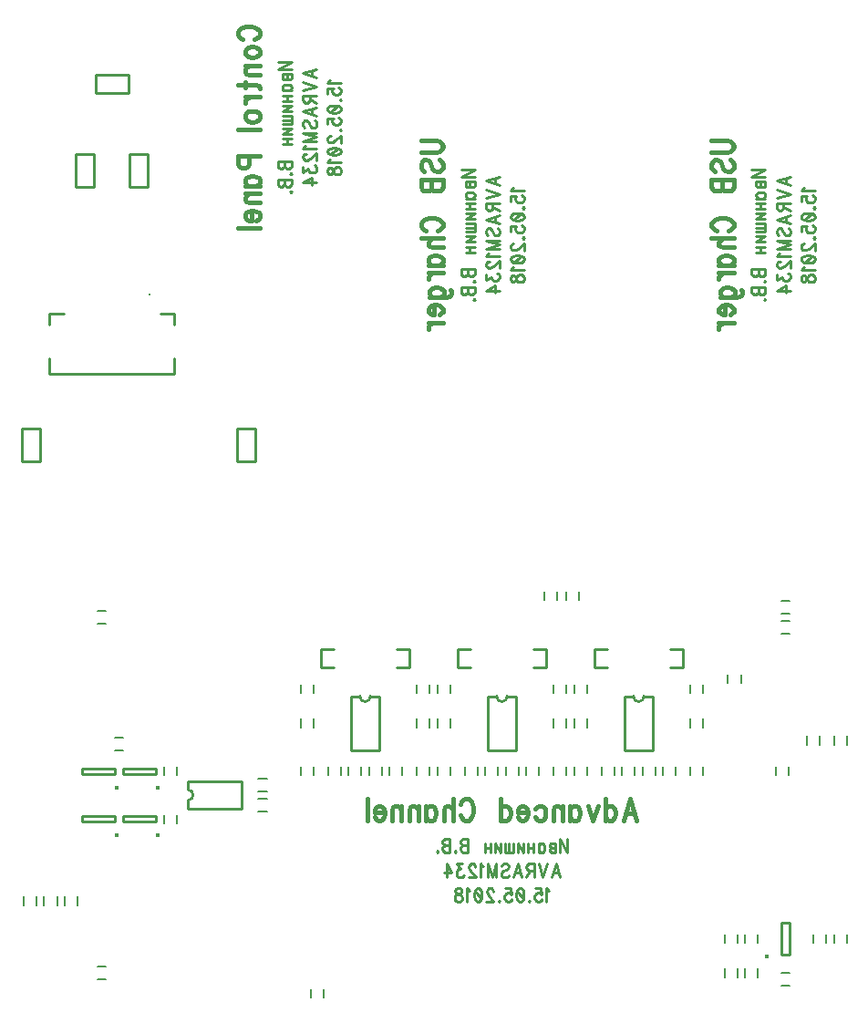
<source format=gbr>
G04 DipTrace 3.2.0.1*
G04 Íèæíÿÿìàðêèðîâêà.gbr*
%MOIN*%
G04 #@! TF.FileFunction,Legend,Bot*
G04 #@! TF.Part,Single*
%ADD10C,0.009843*%
%ADD25C,0.007874*%
%ADD32C,0.015395*%
%ADD44C,0.015404*%
%ADD57C,0.01178*%
%ADD119C,0.017498*%
%ADD120C,0.010936*%
%FSLAX26Y26*%
G04*
G70*
G90*
G75*
G01*
G04 BotSilk*
%LPD*%
X797150Y1030022D2*
D25*
X828637D1*
X797150Y1077262D2*
X828637D1*
X734650Y1492522D2*
X766137D1*
X734650Y1539762D2*
X766137D1*
Y239762D2*
X734650D1*
X766137Y192522D2*
X734650D1*
X661514Y462898D2*
Y494385D1*
X614274Y462898D2*
Y494385D1*
X3086514Y1275398D2*
Y1306885D1*
X3039274Y1275398D2*
Y1306885D1*
X1561514Y125398D2*
Y156885D1*
X1514274Y125398D2*
Y156885D1*
X3214274Y969385D2*
Y937898D1*
X3261514Y969385D2*
Y937898D1*
X3234650Y167522D2*
X3266137D1*
X3234650Y214762D2*
X3266137D1*
X1064615Y916886D2*
D10*
X1261469D1*
X1064615Y814510D2*
X1261469D1*
Y916886D2*
Y814510D1*
X1064615Y885393D2*
Y916886D1*
Y846004D2*
Y814510D1*
Y885393D2*
G02X1064615Y846004I-9J-19694D01*
G01*
X1764082Y1227069D2*
Y1030215D1*
X1661706Y1227069D2*
Y1030215D1*
X1764082D2*
X1661706D1*
X1732588Y1227069D2*
X1764082D1*
X1693199D2*
X1661706D1*
X1732588D2*
G02X1693199Y1227069I-19694J9D01*
G01*
X2264082D2*
Y1030215D1*
X2161706Y1227069D2*
Y1030215D1*
X2264082D2*
X2161706D1*
X2232588Y1227069D2*
X2264082D1*
X2193199D2*
X2161706D1*
X2232588D2*
G02X2193199Y1227069I-19694J9D01*
G01*
D32*
X3180619Y276826D3*
X3234684Y282089D2*
D10*
Y400197D1*
X3266175Y282089D2*
Y400197D1*
X3234684D2*
X3266175D1*
X3234684Y282089D2*
X3266175D1*
X2764082Y1227069D2*
Y1030215D1*
X2661706Y1227069D2*
Y1030215D1*
X2764082D2*
X2661706D1*
X2732588Y1227069D2*
X2764082D1*
X2693199D2*
X2661706D1*
X2732588D2*
G02X2693199Y1227069I-19694J9D01*
G01*
X1322150Y805022D2*
D25*
X1353637D1*
X1322150Y852262D2*
X1353637D1*
X1024161Y937456D2*
Y968943D1*
X976921Y937456D2*
Y968943D1*
X1353637Y927262D2*
X1322150D1*
X1353637Y880022D2*
X1322150D1*
X1524014Y937898D2*
Y969385D1*
X1476774Y937898D2*
Y969385D1*
X3234650Y1530022D2*
X3266137D1*
X3234650Y1577262D2*
X3266137D1*
X1576774Y969385D2*
Y937898D1*
X1624014Y969385D2*
Y937898D1*
X1524014Y1237898D2*
Y1269385D1*
X1476774Y1237898D2*
Y1269385D1*
X458661Y2204724D2*
D10*
X525591D1*
Y2086614D1*
X458661D1*
Y2204724D1*
X1246063D2*
X1312992D1*
Y2086614D1*
X1246063D1*
Y2204724D1*
X722441Y3090551D2*
X655512D1*
Y3208661D1*
X722441D1*
Y3090551D1*
X919291D2*
X852362D1*
Y3208661D1*
X919291D1*
Y3090551D1*
X728346Y3431102D2*
X846457D1*
Y3498031D1*
X728346D1*
Y3431102D1*
X1024161Y762455D2*
D25*
Y793941D1*
X976921Y762455D2*
Y793941D1*
X1699014Y937898D2*
Y969385D1*
X1651774Y937898D2*
Y969385D1*
X1524014Y1112898D2*
Y1144385D1*
X1476774Y1112898D2*
Y1144385D1*
X1774014Y937898D2*
Y969385D1*
X1726774Y937898D2*
Y969385D1*
X586514Y462898D2*
Y494385D1*
X539274Y462898D2*
Y494385D1*
X511514Y462898D2*
Y494385D1*
X464274Y462898D2*
Y494385D1*
X1801774Y969385D2*
Y937898D1*
X1849014Y969385D2*
Y937898D1*
X1949014Y1237898D2*
Y1269385D1*
X1901774Y1237898D2*
Y1269385D1*
X2446852Y1610231D2*
Y1578745D1*
X2494093Y1610231D2*
Y1578745D1*
X2368112Y1610231D2*
Y1578745D1*
X2415352Y1610231D2*
Y1578745D1*
X3234650Y1455022D2*
X3266137D1*
X3234650Y1502262D2*
X3266137D1*
X1949014Y937898D2*
Y969385D1*
X1901774Y937898D2*
Y969385D1*
X1949014Y1112898D2*
Y1144385D1*
X1901774Y1112898D2*
Y1144385D1*
X2024014Y937898D2*
Y969385D1*
X1976774Y937898D2*
Y969385D1*
X2076774D2*
Y937898D1*
X2124014Y969385D2*
Y937898D1*
X2024014Y1237898D2*
Y1269385D1*
X1976774Y1237898D2*
Y1269385D1*
X2199014Y937898D2*
Y969385D1*
X2151774Y937898D2*
Y969385D1*
X2024014Y1112898D2*
Y1144385D1*
X1976774Y1112898D2*
Y1144385D1*
X2274014Y937898D2*
Y969385D1*
X2226774Y937898D2*
Y969385D1*
X3074014Y325398D2*
Y356885D1*
X3026774Y325398D2*
Y356885D1*
X3074014Y200398D2*
Y231885D1*
X3026774Y200398D2*
Y231885D1*
X2301774Y969385D2*
Y937898D1*
X2349014Y969385D2*
Y937898D1*
X2449014Y1237898D2*
Y1269385D1*
X2401774Y1237898D2*
Y1269385D1*
X3399014Y325398D2*
Y356885D1*
X3351774Y325398D2*
Y356885D1*
X3101774D2*
Y325398D1*
X3149014Y356885D2*
Y325398D1*
Y200398D2*
Y231885D1*
X3101774Y200398D2*
Y231885D1*
X2449014Y937898D2*
Y969385D1*
X2401774Y937898D2*
Y969385D1*
X2449014Y1112898D2*
Y1144385D1*
X2401774Y1112898D2*
Y1144385D1*
X2524014Y937898D2*
Y969385D1*
X2476774Y937898D2*
Y969385D1*
X3426774Y356885D2*
Y325398D1*
X3474014Y356885D2*
Y325398D1*
X2576774Y969385D2*
Y937898D1*
X2624014Y969385D2*
Y937898D1*
X2524014Y1237898D2*
Y1269385D1*
X2476774Y1237898D2*
Y1269385D1*
X3426774Y1081885D2*
Y1050398D1*
X3474014Y1081885D2*
Y1050398D1*
X2699014Y937898D2*
Y969385D1*
X2651774Y937898D2*
Y969385D1*
X2524014Y1112898D2*
Y1144385D1*
X2476774Y1112898D2*
Y1144385D1*
X3326774Y1081885D2*
Y1050398D1*
X3374014Y1081885D2*
Y1050398D1*
X2774014Y937898D2*
Y969385D1*
X2726774Y937898D2*
Y969385D1*
X2801774D2*
Y937898D1*
X2849014Y969385D2*
Y937898D1*
X2949014Y1237898D2*
Y1269385D1*
X2901774Y1237898D2*
Y1269385D1*
X2949014Y937898D2*
Y969385D1*
X2901774Y937898D2*
Y969385D1*
X2949014Y1112898D2*
Y1144385D1*
X2901774Y1112898D2*
Y1144385D1*
X1551772Y1332672D2*
D10*
X1599035D1*
X1551772Y1399612D2*
X1599035D1*
X1551772Y1334649D2*
Y1399605D1*
X1874016Y1399612D2*
X1826753D1*
X1874016Y1332672D2*
X1826753D1*
X1874016Y1397635D2*
Y1332679D1*
X2051772Y1332672D2*
X2099035D1*
X2051772Y1399612D2*
X2099035D1*
X2051772Y1334649D2*
Y1399605D1*
X2374016Y1399612D2*
X2326753D1*
X2374016Y1332672D2*
X2326753D1*
X2374016Y1397635D2*
Y1332679D1*
X2551772Y1332672D2*
X2599035D1*
X2551772Y1399612D2*
X2599035D1*
X2551772Y1334649D2*
Y1399605D1*
X2874016Y1399612D2*
X2826753D1*
X2874016Y1332672D2*
X2826753D1*
X2874016Y1397635D2*
Y1332679D1*
D44*
X956144Y893657D3*
X946943Y943799D2*
D10*
X828839D1*
Y963484D1*
X946943D1*
Y943799D1*
D44*
X806144Y893657D3*
X796943Y943799D2*
D10*
X678839D1*
Y963484D1*
X796943D1*
Y943799D1*
D44*
X956291Y718214D3*
X947090Y768356D2*
D10*
X828986D1*
Y788041D1*
X947090D1*
Y768356D1*
D44*
X806293Y718214D3*
X797092Y768356D2*
D10*
X678987D1*
Y788041D1*
X797092D1*
Y768356D1*
D57*
X925222Y2694890D3*
X1015764Y2625970D2*
D10*
X964576D1*
X559039Y2405512D2*
X1015764D1*
Y2625970D2*
Y2584660D1*
Y2405512D2*
Y2462590D1*
X559039Y2625970D2*
X610227D1*
X559039D2*
Y2584660D1*
Y2405512D2*
Y2462590D1*
X2656718Y772536D2*
D119*
X2681267Y852920D1*
X2705744Y772536D1*
X2696548Y799331D2*
X2665915D1*
X2592005Y852920D2*
Y772536D1*
Y814629D2*
X2598089Y822323D1*
X2604244Y826126D1*
X2613441D1*
X2619525Y822323D1*
X2625680Y814629D1*
X2628722Y803133D1*
Y795528D1*
X2625680Y784032D1*
X2619525Y776427D1*
X2613441Y772536D1*
X2604244D1*
X2598089Y776427D1*
X2592005Y784032D1*
X2564009Y826126D2*
X2545615Y772536D1*
X2527292Y826126D1*
X2462579D2*
Y772536D1*
Y814629D2*
X2468663Y822323D1*
X2474818Y826126D1*
X2483944D1*
X2490099Y822323D1*
X2496183Y814629D1*
X2499295Y803133D1*
Y795528D1*
X2496183Y784032D1*
X2490099Y776427D1*
X2483944Y772536D1*
X2474818D1*
X2468663Y776427D1*
X2462579Y784032D1*
X2434582Y826126D2*
Y772536D1*
Y810827D2*
X2425385Y822323D1*
X2419231Y826126D1*
X2410104D1*
X2403950Y822323D1*
X2400908Y810827D1*
Y772536D1*
X2336124Y814629D2*
X2342279Y822323D1*
X2348433Y826126D1*
X2357559D1*
X2363714Y822323D1*
X2369798Y814629D1*
X2372911Y803133D1*
Y795528D1*
X2369798Y784032D1*
X2363714Y776427D1*
X2357559Y772536D1*
X2348433D1*
X2342279Y776427D1*
X2336124Y784032D1*
X2308127Y803133D2*
X2271411D1*
Y810827D1*
X2274453Y818520D1*
X2277495Y822323D1*
X2283649Y826126D1*
X2292846D1*
X2298930Y822323D1*
X2305085Y814629D1*
X2308127Y803133D1*
Y795528D1*
X2305085Y784032D1*
X2298930Y776427D1*
X2292846Y772536D1*
X2283649D1*
X2277495Y776427D1*
X2271411Y784032D1*
X2206697Y852920D2*
Y772536D1*
Y814629D2*
X2212781Y822323D1*
X2218936Y826126D1*
X2228133D1*
X2234217Y822323D1*
X2240372Y814629D1*
X2243414Y803133D1*
Y795528D1*
X2240372Y784032D1*
X2234217Y776427D1*
X2228133Y772536D1*
X2218936D1*
X2212781Y776427D1*
X2206697Y784032D1*
X2062344Y833819D2*
X2065386Y841424D1*
X2071541Y849118D1*
X2077625Y852920D1*
X2089864D1*
X2096019Y849118D1*
X2102103Y841424D1*
X2105215Y833819D1*
X2108257Y822323D1*
Y803133D1*
X2105215Y791726D1*
X2102103Y784032D1*
X2096019Y776427D1*
X2089864Y772536D1*
X2077625D1*
X2071541Y776427D1*
X2065386Y784032D1*
X2062344Y791726D1*
X2034347Y852920D2*
Y772536D1*
Y810827D2*
X2025151Y822323D1*
X2018996Y826126D1*
X2009799D1*
X2003715Y822323D1*
X2000673Y810827D1*
Y772536D1*
X1935960Y826126D2*
Y772536D1*
Y814629D2*
X1942044Y822323D1*
X1948198Y826126D1*
X1957325D1*
X1963479Y822323D1*
X1969563Y814629D1*
X1972676Y803133D1*
Y795528D1*
X1969563Y784032D1*
X1963479Y776427D1*
X1957325Y772536D1*
X1948198D1*
X1942044Y776427D1*
X1935960Y784032D1*
X1907963Y826126D2*
Y772536D1*
Y810827D2*
X1898766Y822323D1*
X1892611Y826126D1*
X1883485D1*
X1877331Y822323D1*
X1874288Y810827D1*
Y772536D1*
X1846292Y826126D2*
Y772536D1*
Y810827D2*
X1837095Y822323D1*
X1830940Y826126D1*
X1821814D1*
X1815659Y822323D1*
X1812617Y810827D1*
Y772536D1*
X1784621Y803133D2*
X1747904D1*
Y810827D1*
X1750946Y818520D1*
X1753988Y822323D1*
X1760143Y826126D1*
X1769340D1*
X1775424Y822323D1*
X1781579Y814629D1*
X1784621Y803133D1*
Y795528D1*
X1781579Y784032D1*
X1775424Y776427D1*
X1769340Y772536D1*
X1760143D1*
X1753988Y776427D1*
X1747904Y784032D1*
X1719908Y852920D2*
Y772536D1*
X2395378Y564043D2*
D120*
X2410721Y614283D1*
X2426020Y564043D1*
X2420272Y580790D2*
X2401126D1*
X2377881Y614283D2*
X2362582Y564043D1*
X2347283Y614283D1*
X2329785Y590352D2*
X2312586D1*
X2306838Y592784D1*
X2304892Y595160D1*
X2302991Y599913D1*
Y604722D1*
X2304892Y609475D1*
X2306838Y611907D1*
X2312586Y614283D1*
X2329785D1*
Y564043D1*
X2316388Y590352D2*
X2302991Y564043D1*
X2254852D2*
X2270194Y614283D1*
X2285493Y564043D1*
X2279745Y580790D2*
X2260600D1*
X2210559Y607098D2*
X2214362Y611907D1*
X2220110Y614283D1*
X2227759D1*
X2233507Y611907D1*
X2237354Y607098D1*
Y602345D1*
X2235408Y597537D1*
X2233507Y595160D1*
X2229704Y592784D1*
X2218208Y587975D1*
X2214362Y585599D1*
X2212460Y583167D1*
X2210559Y578414D1*
Y571228D1*
X2214362Y566475D1*
X2220110Y564043D1*
X2227759D1*
X2233507Y566475D1*
X2237354Y571228D1*
X2162464Y564043D2*
Y614283D1*
X2177763Y564043D1*
X2193061Y614283D1*
Y564043D1*
X2144966Y604667D2*
X2141119Y607098D1*
X2135371Y614228D1*
Y564043D1*
X2115928Y602290D2*
Y604667D1*
X2114027Y609475D1*
X2112126Y611852D1*
X2108279Y614228D1*
X2100630D1*
X2096827Y611852D1*
X2094926Y609475D1*
X2092980Y604667D1*
Y599913D1*
X2094926Y595105D1*
X2098728Y587975D1*
X2117874Y564043D1*
X2091079D1*
X2069734Y614228D2*
X2048732D1*
X2060184Y595105D1*
X2054436D1*
X2050633Y592728D1*
X2048732Y590352D1*
X2046786Y583167D1*
Y578414D1*
X2048732Y571228D1*
X2052535Y566420D1*
X2058283Y564043D1*
X2064031D1*
X2069734Y566420D1*
X2071636Y568852D1*
X2073581Y573605D1*
X2010143Y564043D2*
Y614228D1*
X2029289Y580790D1*
X2000593D1*
X2385528Y515613D2*
X2381681Y518045D1*
X2375933Y525174D1*
Y474990D1*
X2335487Y525174D2*
X2354588D1*
X2356490Y503675D1*
X2354588Y506051D1*
X2348840Y508483D1*
X2343137D1*
X2337388Y506051D1*
X2333542Y501298D1*
X2331640Y494113D1*
Y489360D1*
X2333542Y482175D1*
X2337388Y477366D1*
X2343137Y474990D1*
X2348840D1*
X2354588Y477366D1*
X2356490Y479798D1*
X2358435Y484551D1*
X2312241Y479798D2*
X2314143Y477366D1*
X2312241Y474990D1*
X2310296Y477366D1*
X2312241Y479798D1*
X2281302Y525174D2*
X2287050Y522798D1*
X2290897Y515613D1*
X2292798Y503675D1*
Y496489D1*
X2290897Y484551D1*
X2287050Y477366D1*
X2281302Y474990D1*
X2277499D1*
X2271751Y477366D1*
X2267949Y484551D1*
X2266003Y496489D1*
Y503675D1*
X2267949Y515613D1*
X2271751Y522798D1*
X2277499Y525174D1*
X2281302D1*
X2267949Y515613D2*
X2290897Y484551D1*
X2225558Y525174D2*
X2244659D1*
X2246560Y503675D1*
X2244659Y506051D1*
X2238911Y508483D1*
X2233207D1*
X2227459Y506051D1*
X2223612Y501298D1*
X2221711Y494113D1*
Y489360D1*
X2223612Y482175D1*
X2227459Y477366D1*
X2233207Y474990D1*
X2238911D1*
X2244659Y477366D1*
X2246560Y479798D1*
X2248506Y484551D1*
X2202312Y479798D2*
X2204213Y477366D1*
X2202312Y474990D1*
X2200366Y477366D1*
X2202312Y479798D1*
X2180923Y513236D2*
Y515613D1*
X2179022Y520421D1*
X2177120Y522798D1*
X2173274Y525174D1*
X2165624D1*
X2161822Y522798D1*
X2159921Y520421D1*
X2157975Y515613D1*
Y510860D1*
X2159921Y506051D1*
X2163723Y498921D1*
X2182869Y474990D1*
X2156074D1*
X2127080Y525174D2*
X2132828Y522798D1*
X2136675Y515613D1*
X2138576Y503675D1*
Y496489D1*
X2136675Y484551D1*
X2132828Y477366D1*
X2127080Y474990D1*
X2123277D1*
X2117529Y477366D1*
X2113727Y484551D1*
X2111781Y496489D1*
Y503675D1*
X2113727Y515613D1*
X2117529Y522798D1*
X2123277Y525174D1*
X2127080D1*
X2113727Y515613D2*
X2136675Y484551D1*
X2094284Y515613D2*
X2090437Y518045D1*
X2084689Y525174D1*
Y474990D1*
X2057640Y525174D2*
X2063344Y522798D1*
X2065290Y518045D1*
Y513236D1*
X2063344Y508483D1*
X2059542Y506051D1*
X2051892Y503675D1*
X2046144Y501298D1*
X2042342Y496489D1*
X2040441Y491736D1*
Y484551D1*
X2042342Y479798D1*
X2044243Y477366D1*
X2049991Y474990D1*
X2057640D1*
X2063344Y477366D1*
X2065290Y479798D1*
X2067191Y484551D1*
Y491736D1*
X2065290Y496489D1*
X2061443Y501298D1*
X2055739Y503675D1*
X2048090Y506051D1*
X2044243Y508483D1*
X2042342Y513236D1*
Y518045D1*
X2044243Y522798D1*
X2049991Y525174D1*
X2057640D1*
X2424750Y706318D2*
Y656078D1*
Y706318D2*
X2451545Y656078D1*
Y706318D2*
Y656078D1*
X2407253Y689571D2*
Y656078D1*
X2394342D1*
X2390008Y657680D1*
X2388594Y659283D1*
X2387179Y662434D1*
Y667242D1*
X2388594Y670448D1*
X2390008Y672050D1*
X2394342Y673598D1*
X2390008Y675256D1*
X2388594Y676804D1*
X2387179Y680009D1*
Y683215D1*
X2388594Y686365D1*
X2390008Y687968D1*
X2394342Y689571D1*
X2407253D1*
Y673598D2*
X2394342D1*
X2346733Y689571D2*
Y656078D1*
Y682386D2*
X2350535Y687194D1*
X2354382Y689571D1*
X2360086D1*
X2363933Y687194D1*
X2367735Y682386D1*
X2369681Y675201D1*
Y670448D1*
X2367735Y663263D1*
X2363933Y658509D1*
X2360086Y656078D1*
X2354382D1*
X2350535Y658509D1*
X2346733Y663263D1*
X2329235Y689571D2*
Y656078D1*
X2309161Y689571D2*
Y656078D1*
X2329235Y673598D2*
X2309161D1*
X2271589Y689571D2*
Y656078D1*
Y689571D2*
X2291663Y656078D1*
Y689571D2*
Y656078D1*
X2254092D2*
Y689571D1*
X2225396D2*
Y656078D1*
X2239766Y689571D2*
Y656078D1*
X2254092D2*
X2225396D1*
X2187824Y689571D2*
Y656078D1*
Y689571D2*
X2207898Y656078D1*
Y689571D2*
Y656078D1*
X2170326Y689571D2*
Y656078D1*
X2150252Y689571D2*
Y656078D1*
X2170326Y673598D2*
X2150252D1*
X2088727Y706318D2*
Y656078D1*
X2071483D1*
X2065735Y658509D1*
X2063834Y660886D1*
X2061933Y665639D1*
Y672824D1*
X2063834Y677633D1*
X2065735Y680009D1*
X2071483Y682386D1*
X2065735Y684818D1*
X2063834Y687194D1*
X2061933Y691947D1*
Y696756D1*
X2063834Y701509D1*
X2065735Y703941D1*
X2071483Y706318D1*
X2088727D1*
Y682386D2*
X2071483D1*
X2042534Y660886D2*
X2044435Y658454D1*
X2042534Y656078D1*
X2040588Y658454D1*
X2042534Y660886D1*
X2023090Y706318D2*
Y656078D1*
X2005846D1*
X2000098Y658509D1*
X1998197Y660886D1*
X1996296Y665639D1*
Y672824D1*
X1998197Y677633D1*
X2000098Y680009D1*
X2005846Y682386D1*
X2000098Y684818D1*
X1998197Y687194D1*
X1996296Y691947D1*
Y696756D1*
X1998197Y701509D1*
X2000098Y703941D1*
X2005846Y706318D1*
X2023090D1*
Y682386D2*
X2005846D1*
X1976896Y660886D2*
X1978798Y658454D1*
X1976896Y656078D1*
X1974951Y658454D1*
X1976896Y660886D1*
X1266332Y3629649D2*
D119*
X1258727Y3632691D1*
X1251033Y3638846D1*
X1247231Y3644930D1*
Y3657169D1*
X1251033Y3663324D1*
X1258727Y3669408D1*
X1266332Y3672521D1*
X1277828Y3675563D1*
X1297018D1*
X1308425Y3672521D1*
X1316119Y3669408D1*
X1323724Y3663324D1*
X1327615Y3657169D1*
Y3644930D1*
X1323724Y3638846D1*
X1316119Y3632691D1*
X1308425Y3629649D1*
X1274025Y3586372D2*
X1277828Y3592456D1*
X1285521Y3598611D1*
X1297018Y3601653D1*
X1304623D1*
X1316119Y3598611D1*
X1323724Y3592456D1*
X1327615Y3586372D1*
Y3577175D1*
X1323724Y3571020D1*
X1316119Y3564936D1*
X1304623Y3561823D1*
X1297018D1*
X1285521Y3564936D1*
X1277828Y3571020D1*
X1274025Y3577175D1*
Y3586372D1*
Y3533827D2*
X1327615D1*
X1289324D2*
X1277828Y3524630D1*
X1274025Y3518475D1*
Y3509349D1*
X1277828Y3503194D1*
X1289324Y3500152D1*
X1327615D1*
X1247231Y3462959D2*
X1312316D1*
X1323724Y3459917D1*
X1327615Y3453762D1*
Y3447678D1*
X1274025Y3472156D2*
Y3450720D1*
Y3419681D2*
X1327615D1*
X1297018D2*
X1285521Y3416569D1*
X1277828Y3410485D1*
X1274025Y3404330D1*
Y3395133D1*
Y3351856D2*
X1277828Y3357940D1*
X1285521Y3364094D1*
X1297018Y3367136D1*
X1304623D1*
X1316119Y3364094D1*
X1323724Y3357940D1*
X1327615Y3351856D1*
Y3342659D1*
X1323724Y3336504D1*
X1316119Y3330420D1*
X1304623Y3327307D1*
X1297018D1*
X1285521Y3330420D1*
X1277828Y3336504D1*
X1274025Y3342659D1*
Y3351856D1*
X1247231Y3299310D2*
X1327615D1*
X1289324Y3200870D2*
Y3173280D1*
X1285522Y3164154D1*
X1281631Y3161041D1*
X1274025Y3157999D1*
X1262529D1*
X1254924Y3161041D1*
X1251033Y3164154D1*
X1247231Y3173280D1*
Y3200871D1*
X1327615Y3200870D1*
X1274025Y3093286D2*
X1327615D1*
X1285522D2*
X1277828Y3099370D1*
X1274025Y3105525D1*
Y3114651D1*
X1277828Y3120806D1*
X1285522Y3126890D1*
X1297018Y3130003D1*
X1304623D1*
X1316119Y3126890D1*
X1323724Y3120806D1*
X1327615Y3114651D1*
Y3105525D1*
X1323724Y3099370D1*
X1316119Y3093286D1*
X1274025Y3065289D2*
X1327615D1*
X1289324D2*
X1277828Y3056093D1*
X1274025Y3049938D1*
Y3040812D1*
X1277828Y3034657D1*
X1289324Y3031615D1*
X1327615D1*
X1297018Y3003618D2*
Y2966902D1*
X1289324D1*
X1281631Y2969944D1*
X1277828Y2972986D1*
X1274025Y2979141D1*
Y2988337D1*
X1277828Y2994421D1*
X1285522Y3000576D1*
X1297018Y3003618D1*
X1304623D1*
X1316119Y3000576D1*
X1323724Y2994421D1*
X1327615Y2988337D1*
Y2979141D1*
X1323724Y2972986D1*
X1316119Y2966902D1*
X1247231Y2938905D2*
X1327615D1*
X1536107Y3489376D2*
D120*
X1485867Y3504719D1*
X1536107Y3520017D1*
X1519361Y3514269D2*
Y3495124D1*
X1485867Y3471878D2*
X1536107Y3456579D1*
X1485867Y3441281D1*
X1509799Y3423783D2*
Y3406583D1*
X1507367Y3400835D1*
X1504991Y3398889D1*
X1500238Y3396988D1*
X1495429D1*
X1490676Y3398889D1*
X1488244Y3400835D1*
X1485867Y3406583D1*
Y3423783D1*
X1536107D1*
X1509799Y3410386D2*
X1536107Y3396988D1*
Y3348849D2*
X1485868Y3364192D1*
X1536107Y3379490D1*
X1519361Y3373742D2*
Y3354597D1*
X1493053Y3304556D2*
X1488244Y3308359D1*
X1485868Y3314107D1*
Y3321756D1*
X1488244Y3327504D1*
X1493053Y3331351D1*
X1497806D1*
X1502614Y3329406D1*
X1504991Y3327504D1*
X1507367Y3323702D1*
X1512176Y3312206D1*
X1514552Y3308359D1*
X1516984Y3306458D1*
X1521737Y3304556D1*
X1528922D1*
X1533676Y3308359D1*
X1536107Y3314107D1*
Y3321756D1*
X1533676Y3327504D1*
X1528922Y3331351D1*
X1536107Y3256461D2*
X1485868D1*
X1536107Y3271760D1*
X1485868Y3287059D1*
X1536107D1*
X1495484Y3238964D2*
X1493053Y3235117D1*
X1485923Y3229369D1*
X1536107D1*
X1497861Y3209926D2*
X1495484D1*
X1490676Y3208024D1*
X1488299Y3206123D1*
X1485923Y3202276D1*
Y3194627D1*
X1488299Y3190824D1*
X1490676Y3188923D1*
X1495484Y3186978D1*
X1500238D1*
X1505046Y3188923D1*
X1512176Y3192726D1*
X1536107Y3211871D1*
X1536108Y3185076D1*
X1485923Y3163732D2*
Y3142729D1*
X1505046Y3154181D1*
Y3148433D1*
X1507423Y3144631D1*
X1509799Y3142729D1*
X1516984Y3140784D1*
X1521737D1*
X1528922Y3142729D1*
X1533731Y3146532D1*
X1536108Y3152280D1*
Y3158028D1*
X1533731Y3163732D1*
X1531299Y3165633D1*
X1526546Y3167579D1*
X1536108Y3104141D2*
X1485923D1*
X1519361Y3123286D1*
Y3094590D1*
X1584538Y3479525D2*
X1582106Y3475678D1*
X1574977Y3469930D1*
X1625161D1*
X1574977Y3429485D2*
Y3448586D1*
X1596476Y3450487D1*
X1594100Y3448586D1*
X1591668Y3442838D1*
Y3437134D1*
X1594100Y3431386D1*
X1598853Y3427539D1*
X1606038Y3425638D1*
X1610791D1*
X1617976Y3427539D1*
X1622785Y3431386D1*
X1625161Y3437134D1*
Y3442838D1*
X1622785Y3448586D1*
X1620353Y3450487D1*
X1615600Y3452432D1*
X1620353Y3406239D2*
X1622785Y3408140D1*
X1625161Y3406239D1*
X1622785Y3404293D1*
X1620353Y3406239D1*
X1574977Y3375299D2*
X1577353Y3381047D1*
X1584538Y3384894D1*
X1596476Y3386795D1*
X1603661D1*
X1615600Y3384894D1*
X1622785Y3381047D1*
X1625161Y3375299D1*
Y3371497D1*
X1622785Y3365749D1*
X1615600Y3361946D1*
X1603661Y3360001D1*
X1596476D1*
X1584538Y3361946D1*
X1577353Y3365749D1*
X1574977Y3371497D1*
Y3375299D1*
X1584538Y3361946D2*
X1615600Y3384894D1*
X1574977Y3319555D2*
Y3338656D1*
X1596476Y3340557D1*
X1594100Y3338656D1*
X1591668Y3332908D1*
Y3327204D1*
X1594100Y3321456D1*
X1598853Y3317610D1*
X1606038Y3315708D1*
X1610791D1*
X1617976Y3317610D1*
X1622785Y3321456D1*
X1625161Y3327204D1*
Y3332908D1*
X1622785Y3338656D1*
X1620353Y3340557D1*
X1615600Y3342503D1*
X1620353Y3296309D2*
X1622785Y3298210D1*
X1625161Y3296309D1*
X1622785Y3294364D1*
X1620353Y3296309D1*
X1586915Y3274920D2*
X1584538D1*
X1579730Y3273019D1*
X1577353Y3271118D1*
X1574977Y3267271D1*
Y3259622D1*
X1577353Y3255819D1*
X1579730Y3253918D1*
X1584538Y3251973D1*
X1589291D1*
X1594100Y3253918D1*
X1601230Y3257721D1*
X1625161Y3276866D1*
Y3250071D1*
X1574977Y3221077D2*
X1577353Y3226825D1*
X1584538Y3230672D1*
X1596476Y3232573D1*
X1603661D1*
X1615600Y3230672D1*
X1622785Y3226825D1*
X1625161Y3221077D1*
Y3217275D1*
X1622785Y3211527D1*
X1615600Y3207724D1*
X1603661Y3205779D1*
X1596476D1*
X1584538Y3207724D1*
X1577353Y3211527D1*
X1574977Y3217275D1*
Y3221077D1*
X1584538Y3207724D2*
X1615600Y3230672D1*
X1584538Y3188281D2*
X1582106Y3184434D1*
X1574977Y3178686D1*
X1625161D1*
X1574977Y3151638D2*
X1577353Y3157342D1*
X1582106Y3159287D1*
X1586915D1*
X1591668Y3157342D1*
X1594100Y3153539D1*
X1596476Y3145890D1*
X1598853Y3140142D1*
X1603661Y3136339D1*
X1608415Y3134438D1*
X1615600D1*
X1620353Y3136339D1*
X1622785Y3138241D1*
X1625161Y3143989D1*
Y3151638D1*
X1622785Y3157342D1*
X1620353Y3159287D1*
X1615600Y3161188D1*
X1608415D1*
X1603661Y3159287D1*
X1598853Y3155440D1*
X1596476Y3149737D1*
X1594100Y3142087D1*
X1591668Y3138241D1*
X1586915Y3136339D1*
X1582106D1*
X1577353Y3138241D1*
X1574977Y3143989D1*
Y3151638D1*
X1393833Y3518748D2*
X1444073D1*
X1393833D2*
X1444073Y3545542D1*
X1393833D2*
X1444073D1*
X1410580Y3501250D2*
X1444073D1*
Y3488339D1*
X1442471Y3484006D1*
X1440868Y3482591D1*
X1437717Y3481176D1*
X1432909D1*
X1429703Y3482591D1*
X1428100Y3484006D1*
X1426553Y3488339D1*
X1424895Y3484006D1*
X1423347Y3482591D1*
X1420142Y3481176D1*
X1416936D1*
X1413786Y3482591D1*
X1412183Y3484006D1*
X1410580Y3488339D1*
Y3501250D1*
X1426553D2*
Y3488339D1*
X1410580Y3440730D2*
X1444073D1*
X1417765D2*
X1412957Y3444533D1*
X1410580Y3448380D1*
Y3454083D1*
X1412957Y3457930D1*
X1417765Y3461733D1*
X1424950Y3463678D1*
X1429703D1*
X1436888Y3461733D1*
X1441642Y3457930D1*
X1444073Y3454083D1*
Y3448380D1*
X1441642Y3444533D1*
X1436888Y3440730D1*
X1410580Y3423232D2*
X1444073D1*
X1410580Y3403159D2*
X1444073D1*
X1426553Y3423232D2*
Y3403159D1*
X1410580Y3365587D2*
X1444073D1*
X1410580D2*
X1444073Y3385661D1*
X1410580D2*
X1444073D1*
Y3348089D2*
X1410580D1*
Y3319393D2*
X1444073D1*
X1410580Y3333763D2*
X1444073D1*
Y3348089D2*
Y3319393D1*
X1410580Y3281821D2*
X1444073D1*
X1410580D2*
X1444073Y3301895D1*
X1410580D2*
X1444073D1*
X1410580Y3264324D2*
X1444073D1*
X1410580Y3244250D2*
X1444073D1*
X1426553Y3264324D2*
Y3244250D1*
X1393833Y3182725D2*
X1444073D1*
Y3165481D1*
X1441642Y3159733D1*
X1439265Y3157831D1*
X1434512Y3155930D1*
X1427327D1*
X1422518Y3157831D1*
X1420142Y3159733D1*
X1417765Y3165481D1*
X1415333Y3159733D1*
X1412957Y3157831D1*
X1408203Y3155930D1*
X1403395D1*
X1398642Y3157831D1*
X1396210Y3159733D1*
X1393833Y3165481D1*
Y3182725D1*
X1417765D2*
Y3165481D1*
X1439265Y3136531D2*
X1441697Y3138432D1*
X1444073Y3136531D1*
X1441697Y3134585D1*
X1439265Y3136531D1*
X1393833Y3117088D2*
X1444073D1*
Y3099844D1*
X1441642Y3094096D1*
X1439265Y3092194D1*
X1434512Y3090293D1*
X1427327D1*
X1422518Y3092194D1*
X1420142Y3094096D1*
X1417765Y3099844D1*
X1415333Y3094096D1*
X1412957Y3092194D1*
X1408203Y3090293D1*
X1403395D1*
X1398642Y3092194D1*
X1396210Y3094096D1*
X1393833Y3099844D1*
Y3117088D1*
X1417765D2*
Y3099844D1*
X1439265Y3070894D2*
X1441697Y3072795D1*
X1444073Y3070894D1*
X1441697Y3068949D1*
X1439265Y3070894D1*
X2979514Y3258688D2*
D119*
X3036906D1*
X3048402Y3255646D1*
X3056007Y3249491D1*
X3059898Y3240294D1*
Y3234210D1*
X3056007Y3225013D1*
X3048402Y3218858D1*
X3036906Y3215816D1*
X2979514D1*
X2991010Y3144948D2*
X2983317Y3151033D1*
X2979514Y3160229D1*
Y3172468D1*
X2983317Y3181665D1*
X2991010Y3187820D1*
X2998615D1*
X3006309Y3184707D1*
X3010111Y3181665D1*
X3013914Y3175581D1*
X3021607Y3157187D1*
X3025410Y3151033D1*
X3029301Y3147990D1*
X3036906Y3144948D1*
X3048402D1*
X3056007Y3151033D1*
X3059898Y3160229D1*
Y3172468D1*
X3056007Y3181665D1*
X3048402Y3187820D1*
X2979514Y3116952D2*
X3059898D1*
Y3089361D1*
X3056007Y3080165D1*
X3052205Y3077123D1*
X3044600Y3074080D1*
X3033104D1*
X3025410Y3077123D1*
X3021607Y3080165D1*
X3017805Y3089361D1*
X3013914Y3080165D1*
X3010111Y3077123D1*
X3002506Y3074080D1*
X2994813D1*
X2987208Y3077123D1*
X2983317Y3080165D1*
X2979514Y3089361D1*
Y3116952D1*
X3017805D2*
Y3089361D1*
X2998615Y2929727D2*
X2991010Y2932769D1*
X2983317Y2938924D1*
X2979514Y2945008D1*
Y2957247D1*
X2983317Y2963402D1*
X2991010Y2969486D1*
X2998615Y2972598D1*
X3010111Y2975640D1*
X3029301D1*
X3040709Y2972598D1*
X3048402Y2969486D1*
X3056007Y2963402D1*
X3059898Y2957247D1*
Y2945008D1*
X3056007Y2938924D1*
X3048402Y2932769D1*
X3040709Y2929727D1*
X2979514Y2901730D2*
X3059898D1*
X3021608D2*
X3010111Y2892534D1*
X3006309Y2886379D1*
Y2877182D1*
X3010111Y2871098D1*
X3021608Y2868056D1*
X3059898D1*
X3006309Y2803343D2*
X3059898D1*
X3017805D2*
X3010111Y2809427D1*
X3006309Y2815582D1*
Y2824708D1*
X3010111Y2830862D1*
X3017805Y2836947D1*
X3029301Y2840059D1*
X3036906D1*
X3048402Y2836947D1*
X3056007Y2830862D1*
X3059898Y2824708D1*
Y2815582D1*
X3056007Y2809427D1*
X3048402Y2803343D1*
X3006309Y2775346D2*
X3059898D1*
X3029301D2*
X3017805Y2772233D1*
X3010111Y2766149D1*
X3006309Y2759995D1*
Y2750798D1*
X3010111Y2686085D2*
X3071394D1*
X3082802Y2689127D1*
X3086693Y2692169D1*
X3090495Y2698323D1*
Y2707520D1*
X3086693Y2713604D1*
X3021608Y2686085D2*
X3014002Y2692169D1*
X3010111Y2698323D1*
Y2707520D1*
X3014002Y2713604D1*
X3021608Y2719759D1*
X3033104Y2722801D1*
X3040797D1*
X3052205Y2719759D1*
X3059898Y2713604D1*
X3063701Y2707520D1*
Y2698323D1*
X3059898Y2692169D1*
X3052205Y2686085D1*
X3029301Y2658088D2*
Y2621371D1*
X3021608D1*
X3013914Y2624413D1*
X3010111Y2627456D1*
X3006309Y2633610D1*
Y2642807D1*
X3010111Y2648891D1*
X3017805Y2655046D1*
X3029301Y2658088D1*
X3036906D1*
X3048402Y2655046D1*
X3056007Y2648891D1*
X3059898Y2642807D1*
Y2633610D1*
X3056007Y2627455D1*
X3048402Y2621371D1*
X3006309Y2593375D2*
X3059898D1*
X3029301D2*
X3017805Y2590262D1*
X3010111Y2584178D1*
X3006309Y2578023D1*
Y2568826D1*
X3268391Y3095675D2*
D120*
X3218151Y3111018D1*
X3268391Y3126316D1*
X3251644Y3120568D2*
Y3101423D1*
X3218151Y3078177D2*
X3268391Y3062878D1*
X3218151Y3047580D1*
X3242083Y3030082D2*
Y3012882D1*
X3239651Y3007134D1*
X3237274Y3005189D1*
X3232521Y3003287D1*
X3227713D1*
X3222959Y3005189D1*
X3220528Y3007134D1*
X3218151Y3012882D1*
Y3030082D1*
X3268391D1*
X3242083Y3016685D2*
X3268391Y3003287D1*
Y2955148D2*
X3218151Y2970491D1*
X3268391Y2985790D1*
X3251644Y2980042D2*
Y2960896D1*
X3225336Y2910856D2*
X3220528Y2914658D1*
X3218151Y2920406D1*
Y2928056D1*
X3220528Y2933804D1*
X3225336Y2937650D1*
X3230089D1*
X3234898Y2935705D1*
X3237274Y2933804D1*
X3239651Y2930001D1*
X3244459Y2918505D1*
X3246836Y2914658D1*
X3249268Y2912757D1*
X3254021Y2910856D1*
X3261206D1*
X3265959Y2914658D1*
X3268391Y2920406D1*
Y2928056D1*
X3265959Y2933804D1*
X3261206Y2937650D1*
X3268391Y2862761D2*
X3218151D1*
X3268391Y2878059D1*
X3218151Y2893358D1*
X3268391D1*
X3227768Y2845263D2*
X3225336Y2841416D1*
X3218206Y2835668D1*
X3268391D1*
X3230144Y2816225D2*
X3227768D1*
X3222959Y2814324D1*
X3220583Y2812422D1*
X3218206Y2808575D1*
Y2800926D1*
X3220583Y2797124D1*
X3222959Y2795222D1*
X3227768Y2793277D1*
X3232521D1*
X3237330Y2795222D1*
X3244459Y2799025D1*
X3268391Y2818170D1*
Y2791376D1*
X3218206Y2770031D2*
Y2749029D1*
X3237330Y2760480D1*
Y2754732D1*
X3239706Y2750930D1*
X3242083Y2749029D1*
X3249268Y2747083D1*
X3254021D1*
X3261206Y2749029D1*
X3266014Y2752831D1*
X3268391Y2758579D1*
Y2764327D1*
X3266014Y2770031D1*
X3263583Y2771932D1*
X3258829Y2773878D1*
X3268391Y2710440D2*
X3218206D1*
X3251644Y2729585D1*
Y2700889D1*
X3316822Y3085824D2*
X3314390Y3081978D1*
X3307260Y3076230D1*
X3357445D1*
X3307260Y3035784D2*
Y3054885D1*
X3328760Y3056786D1*
X3326383Y3054885D1*
X3323951Y3049137D1*
Y3043433D1*
X3326383Y3037685D1*
X3331136Y3033838D1*
X3338322Y3031937D1*
X3343075D1*
X3350260Y3033838D1*
X3355068Y3037685D1*
X3357445Y3043433D1*
Y3049137D1*
X3355068Y3054885D1*
X3352636Y3056786D1*
X3347883Y3058732D1*
X3352636Y3012538D2*
X3355068Y3014439D1*
X3357445Y3012538D1*
X3355068Y3010592D1*
X3352636Y3012538D1*
X3307260Y2981599D2*
X3309637Y2987347D1*
X3316822Y2991193D1*
X3328760Y2993095D1*
X3335945D1*
X3347883Y2991193D1*
X3355068Y2987347D1*
X3357445Y2981599D1*
Y2977796D1*
X3355068Y2972048D1*
X3347883Y2968245D1*
X3335945Y2966300D1*
X3328760D1*
X3316822Y2968245D1*
X3309637Y2972048D1*
X3307260Y2977796D1*
Y2981599D1*
X3316822Y2968245D2*
X3347883Y2991193D1*
X3307260Y2925854D2*
Y2944955D1*
X3328760Y2946857D1*
X3326383Y2944955D1*
X3323951Y2939207D1*
Y2933504D1*
X3326383Y2927756D1*
X3331136Y2923909D1*
X3338322Y2922008D1*
X3343075D1*
X3350260Y2923909D1*
X3355068Y2927756D1*
X3357445Y2933504D1*
Y2939207D1*
X3355068Y2944955D1*
X3352636Y2946857D1*
X3347883Y2948802D1*
X3352636Y2902608D2*
X3355068Y2904510D1*
X3357445Y2902608D1*
X3355068Y2900663D1*
X3352636Y2902608D1*
X3319198Y2881220D2*
X3316822D1*
X3312013Y2879318D1*
X3309637Y2877417D1*
X3307260Y2873570D1*
Y2865921D1*
X3309637Y2862119D1*
X3312013Y2860217D1*
X3316822Y2858272D1*
X3321575D1*
X3326383Y2860217D1*
X3333513Y2864020D1*
X3357445Y2883165D1*
Y2856370D1*
X3307260Y2827377D2*
X3309637Y2833125D1*
X3316822Y2836971D1*
X3328760Y2838873D1*
X3335945D1*
X3347883Y2836971D1*
X3355068Y2833125D1*
X3357445Y2827377D1*
Y2823574D1*
X3355068Y2817826D1*
X3347883Y2814023D1*
X3335945Y2812078D1*
X3328760D1*
X3316822Y2814024D1*
X3309637Y2817826D1*
X3307260Y2823574D1*
Y2827377D1*
X3316822Y2814024D2*
X3347883Y2836971D1*
X3316822Y2794580D2*
X3314390Y2790733D1*
X3307260Y2784985D1*
X3357445D1*
X3307260Y2757937D2*
X3309637Y2763641D1*
X3314390Y2765586D1*
X3319198D1*
X3323951Y2763641D1*
X3326383Y2759838D1*
X3328760Y2752189D1*
X3331136Y2746441D1*
X3335945Y2742638D1*
X3340698Y2740737D1*
X3347883D1*
X3352636Y2742638D1*
X3355068Y2744540D1*
X3357445Y2750288D1*
Y2757937D1*
X3355068Y2763641D1*
X3352636Y2765586D1*
X3347883Y2767488D1*
X3340698D1*
X3335945Y2765586D1*
X3331136Y2761740D1*
X3328760Y2756036D1*
X3326383Y2748387D1*
X3323951Y2744540D1*
X3319198Y2742638D1*
X3314390D1*
X3309637Y2744540D1*
X3307260Y2750288D1*
Y2757937D1*
X3126117Y3125047D2*
X3176357D1*
X3126117D2*
X3176357Y3151842D1*
X3126117D2*
X3176357D1*
X3142863Y3107549D2*
X3176357D1*
Y3094638D1*
X3174754Y3090305D1*
X3173151Y3088890D1*
X3170001Y3087475D1*
X3165192D1*
X3161987Y3088890D1*
X3160384Y3090305D1*
X3158836Y3094638D1*
X3157178Y3090305D1*
X3155631Y3088890D1*
X3152425Y3087475D1*
X3149219D1*
X3146069Y3088890D1*
X3144466Y3090305D1*
X3142863Y3094638D1*
Y3107549D1*
X3158836D2*
Y3094638D1*
X3142864Y3047029D2*
X3176357D1*
X3150049D2*
X3145240Y3050832D1*
X3142864Y3054679D1*
Y3060383D1*
X3145240Y3064229D1*
X3150049Y3068032D1*
X3157234Y3069977D1*
X3161987D1*
X3169172Y3068032D1*
X3173925Y3064229D1*
X3176357Y3060383D1*
Y3054679D1*
X3173925Y3050832D1*
X3169172Y3047029D1*
X3142864Y3029532D2*
X3176357D1*
X3142864Y3009458D2*
X3176357D1*
X3158836Y3029532D2*
Y3009458D1*
X3142864Y2971886D2*
X3176357D1*
X3142864D2*
X3176357Y2991960D1*
X3142864D2*
X3176357D1*
Y2954388D2*
X3142864D1*
Y2925692D2*
X3176357D1*
X3142864Y2940062D2*
X3176357D1*
Y2954388D2*
Y2925692D1*
X3142864Y2888121D2*
X3176357D1*
X3142864D2*
X3176357Y2908194D1*
X3142864Y2908195D2*
X3176357Y2908194D1*
X3142864Y2870623D2*
X3176357D1*
X3142864Y2850549D2*
X3176357D1*
X3158836Y2870623D2*
Y2850549D1*
X3126117Y2789024D2*
X3176357D1*
Y2771780D1*
X3173925Y2766032D1*
X3171548Y2764131D1*
X3166795Y2762229D1*
X3159610D1*
X3154802Y2764131D1*
X3152425Y2766032D1*
X3150049Y2771780D1*
X3147617Y2766032D1*
X3145240Y2764131D1*
X3140487Y2762229D1*
X3135679D1*
X3130925Y2764131D1*
X3128493Y2766032D1*
X3126117Y2771780D1*
Y2789024D1*
X3150049D2*
Y2771780D1*
X3171548Y2742830D2*
X3173980Y2744731D1*
X3176357Y2742830D1*
X3173980Y2740885D1*
X3171548Y2742830D1*
X3126117Y2723387D2*
X3176357D1*
Y2706143D1*
X3173925Y2700395D1*
X3171548Y2698494D1*
X3166795Y2696592D1*
X3159610D1*
X3154802Y2698494D1*
X3152425Y2700395D1*
X3150049Y2706143D1*
X3147617Y2700395D1*
X3145240Y2698494D1*
X3140487Y2696592D1*
X3135678D1*
X3130925Y2698494D1*
X3128493Y2700395D1*
X3126117Y2706143D1*
Y2723387D1*
X3150049D2*
Y2706143D1*
X3171548Y2677193D2*
X3173980Y2679094D1*
X3176357Y2677193D1*
X3173980Y2675248D1*
X3171548Y2677193D1*
X1916522Y3258688D2*
D119*
X1973914D1*
X1985410Y3255646D1*
X1993015Y3249491D1*
X1996906Y3240294D1*
Y3234210D1*
X1993015Y3225013D1*
X1985410Y3218858D1*
X1973914Y3215816D1*
X1916522D1*
X1928018Y3144948D2*
X1920325Y3151033D1*
X1916522Y3160229D1*
Y3172468D1*
X1920325Y3181665D1*
X1928018Y3187820D1*
X1935623D1*
X1943317Y3184707D1*
X1947119Y3181665D1*
X1950922Y3175581D1*
X1958615Y3157187D1*
X1962418Y3151033D1*
X1966309Y3147990D1*
X1973914Y3144948D1*
X1985410D1*
X1993015Y3151033D1*
X1996906Y3160229D1*
Y3172468D1*
X1993015Y3181665D1*
X1985410Y3187820D1*
X1916522Y3116952D2*
X1996906D1*
Y3089361D1*
X1993015Y3080165D1*
X1989213Y3077123D1*
X1981607Y3074080D1*
X1970111D1*
X1962418Y3077123D1*
X1958615Y3080165D1*
X1954813Y3089361D1*
X1950922Y3080165D1*
X1947119Y3077123D1*
X1939514Y3074080D1*
X1931821D1*
X1924216Y3077123D1*
X1920325Y3080165D1*
X1916522Y3089361D1*
Y3116952D1*
X1954813D2*
Y3089361D1*
X1935623Y2929727D2*
X1928018Y2932769D1*
X1920325Y2938924D1*
X1916522Y2945008D1*
Y2957247D1*
X1920325Y2963402D1*
X1928018Y2969486D1*
X1935623Y2972598D1*
X1947119Y2975640D1*
X1966309D1*
X1977717Y2972598D1*
X1985410Y2969486D1*
X1993015Y2963402D1*
X1996906Y2957247D1*
Y2945008D1*
X1993015Y2938924D1*
X1985410Y2932769D1*
X1977717Y2929727D1*
X1916522Y2901730D2*
X1996906D1*
X1958615D2*
X1947119Y2892534D1*
X1943317Y2886379D1*
Y2877182D1*
X1947119Y2871098D1*
X1958615Y2868056D1*
X1996906D1*
X1943317Y2803343D2*
X1996906D1*
X1954813D2*
X1947119Y2809427D1*
X1943317Y2815582D1*
Y2824708D1*
X1947119Y2830862D1*
X1954813Y2836947D1*
X1966309Y2840059D1*
X1973914D1*
X1985410Y2836947D1*
X1993015Y2830862D1*
X1996906Y2824708D1*
Y2815582D1*
X1993015Y2809427D1*
X1985410Y2803343D1*
X1943317Y2775346D2*
X1996906D1*
X1966309D2*
X1954813Y2772233D1*
X1947119Y2766149D1*
X1943317Y2759995D1*
Y2750798D1*
X1947119Y2686085D2*
X2008402D1*
X2019810Y2689127D1*
X2023701Y2692169D1*
X2027503Y2698323D1*
Y2707520D1*
X2023701Y2713604D1*
X1958615Y2686085D2*
X1951010Y2692169D1*
X1947119Y2698323D1*
Y2707520D1*
X1951010Y2713604D1*
X1958615Y2719759D1*
X1970111Y2722801D1*
X1977805D1*
X1989213Y2719759D1*
X1996906Y2713604D1*
X2000709Y2707520D1*
Y2698323D1*
X1996906Y2692169D1*
X1989213Y2686085D1*
X1966309Y2658088D2*
Y2621371D1*
X1958615D1*
X1950922Y2624413D1*
X1947119Y2627456D1*
X1943317Y2633610D1*
Y2642807D1*
X1947119Y2648891D1*
X1954813Y2655046D1*
X1966309Y2658088D1*
X1973914D1*
X1985410Y2655046D1*
X1993015Y2648891D1*
X1996906Y2642807D1*
Y2633610D1*
X1993015Y2627455D1*
X1985410Y2621371D1*
X1943317Y2593375D2*
X1996906D1*
X1966309D2*
X1954813Y2590262D1*
X1947119Y2584178D1*
X1943317Y2578023D1*
Y2568826D1*
X2205399Y3095675D2*
D120*
X2155159Y3111018D1*
X2205399Y3126316D1*
X2188652Y3120568D2*
Y3101423D1*
X2155159Y3078177D2*
X2205399Y3062878D1*
X2155159Y3047580D1*
X2179091Y3030082D2*
Y3012882D1*
X2176659Y3007134D1*
X2174282Y3005189D1*
X2169529Y3003287D1*
X2164720D1*
X2159967Y3005189D1*
X2157535Y3007134D1*
X2155159Y3012882D1*
Y3030082D1*
X2205399D1*
X2179091Y3016685D2*
X2205399Y3003287D1*
Y2955148D2*
X2155159Y2970491D1*
X2205399Y2985790D1*
X2188652Y2980042D2*
Y2960896D1*
X2162344Y2910856D2*
X2157535Y2914658D1*
X2155159Y2920406D1*
Y2928056D1*
X2157535Y2933804D1*
X2162344Y2937650D1*
X2167097D1*
X2171906Y2935705D1*
X2174282Y2933804D1*
X2176659Y2930001D1*
X2181467Y2918505D1*
X2183844Y2914658D1*
X2186276Y2912757D1*
X2191029Y2910856D1*
X2198214D1*
X2202967Y2914658D1*
X2205399Y2920406D1*
Y2928056D1*
X2202967Y2933804D1*
X2198214Y2937650D1*
X2205399Y2862761D2*
X2155159D1*
X2205399Y2878059D1*
X2155159Y2893358D1*
X2205399D1*
X2164776Y2845263D2*
X2162344Y2841416D1*
X2155214Y2835668D1*
X2205399D1*
X2167152Y2816225D2*
X2164776D1*
X2159967Y2814324D1*
X2157591Y2812422D1*
X2155214Y2808575D1*
Y2800926D1*
X2157591Y2797124D1*
X2159967Y2795222D1*
X2164776Y2793277D1*
X2169529D1*
X2174337Y2795222D1*
X2181467Y2799025D1*
X2205399Y2818170D1*
Y2791376D1*
X2155214Y2770031D2*
Y2749029D1*
X2174337Y2760480D1*
Y2754732D1*
X2176714Y2750930D1*
X2179091Y2749029D1*
X2186276Y2747083D1*
X2191029D1*
X2198214Y2749029D1*
X2203022Y2752831D1*
X2205399Y2758579D1*
Y2764327D1*
X2203022Y2770031D1*
X2200590Y2771932D1*
X2195837Y2773878D1*
X2205399Y2710440D2*
X2155214D1*
X2188652Y2729585D1*
Y2700889D1*
X2253830Y3085824D2*
X2251398Y3081978D1*
X2244268Y3076230D1*
X2294453D1*
X2244268Y3035784D2*
Y3054885D1*
X2265768Y3056786D1*
X2263391Y3054885D1*
X2260959Y3049137D1*
Y3043433D1*
X2263391Y3037685D1*
X2268144Y3033838D1*
X2275329Y3031937D1*
X2280083D1*
X2287268Y3033838D1*
X2292076Y3037685D1*
X2294453Y3043433D1*
Y3049137D1*
X2292076Y3054885D1*
X2289644Y3056786D1*
X2284891Y3058732D1*
X2289644Y3012538D2*
X2292076Y3014439D1*
X2294453Y3012538D1*
X2292076Y3010592D1*
X2289644Y3012538D1*
X2244268Y2981599D2*
X2246645Y2987347D1*
X2253830Y2991193D1*
X2265768Y2993095D1*
X2272953D1*
X2284891Y2991193D1*
X2292076Y2987347D1*
X2294453Y2981599D1*
Y2977796D1*
X2292076Y2972048D1*
X2284891Y2968245D1*
X2272953Y2966300D1*
X2265768D1*
X2253830Y2968245D1*
X2246645Y2972048D1*
X2244268Y2977796D1*
Y2981599D1*
X2253830Y2968245D2*
X2284891Y2991193D1*
X2244268Y2925854D2*
Y2944955D1*
X2265768Y2946857D1*
X2263391Y2944955D1*
X2260959Y2939207D1*
Y2933504D1*
X2263391Y2927756D1*
X2268144Y2923909D1*
X2275329Y2922008D1*
X2280083D1*
X2287268Y2923909D1*
X2292076Y2927756D1*
X2294453Y2933504D1*
Y2939207D1*
X2292076Y2944955D1*
X2289644Y2946857D1*
X2284891Y2948802D1*
X2289644Y2902608D2*
X2292076Y2904510D1*
X2294453Y2902608D1*
X2292076Y2900663D1*
X2289644Y2902608D1*
X2256206Y2881220D2*
X2253830D1*
X2249021Y2879318D1*
X2246645Y2877417D1*
X2244268Y2873570D1*
Y2865921D1*
X2246645Y2862119D1*
X2249021Y2860217D1*
X2253830Y2858272D1*
X2258583D1*
X2263391Y2860217D1*
X2270521Y2864020D1*
X2294453Y2883165D1*
Y2856370D1*
X2244268Y2827377D2*
X2246645Y2833125D1*
X2253830Y2836971D1*
X2265768Y2838873D1*
X2272953D1*
X2284891Y2836971D1*
X2292076Y2833125D1*
X2294453Y2827377D1*
Y2823574D1*
X2292076Y2817826D1*
X2284891Y2814023D1*
X2272953Y2812078D1*
X2265768D1*
X2253830Y2814024D1*
X2246645Y2817826D1*
X2244268Y2823574D1*
Y2827377D1*
X2253830Y2814024D2*
X2284891Y2836971D1*
X2253830Y2794580D2*
X2251398Y2790733D1*
X2244268Y2784985D1*
X2294453D1*
X2244268Y2757937D2*
X2246645Y2763641D1*
X2251398Y2765586D1*
X2256206D1*
X2260959Y2763641D1*
X2263391Y2759838D1*
X2265768Y2752189D1*
X2268144Y2746441D1*
X2272953Y2742638D1*
X2277706Y2740737D1*
X2284891D1*
X2289644Y2742638D1*
X2292076Y2744540D1*
X2294453Y2750288D1*
Y2757937D1*
X2292076Y2763641D1*
X2289644Y2765586D1*
X2284891Y2767488D1*
X2277706D1*
X2272953Y2765586D1*
X2268144Y2761740D1*
X2265768Y2756036D1*
X2263391Y2748387D1*
X2260959Y2744540D1*
X2256206Y2742638D1*
X2251398D1*
X2246644Y2744540D1*
X2244268Y2750288D1*
Y2757937D1*
X2063125Y3125047D2*
X2113365D1*
X2063125D2*
X2113365Y3151842D1*
X2063125D2*
X2113365D1*
X2079871Y3107549D2*
X2113365D1*
Y3094638D1*
X2111762Y3090305D1*
X2110159Y3088890D1*
X2107009Y3087475D1*
X2102200D1*
X2098995Y3088890D1*
X2097392Y3090305D1*
X2095844Y3094638D1*
X2094186Y3090305D1*
X2092639Y3088890D1*
X2089433Y3087475D1*
X2086227D1*
X2083077Y3088890D1*
X2081474Y3090305D1*
X2079871Y3094638D1*
Y3107549D1*
X2095844D2*
Y3094638D1*
X2079871Y3047029D2*
X2113365D1*
X2087056D2*
X2082248Y3050832D1*
X2079871Y3054679D1*
Y3060383D1*
X2082248Y3064229D1*
X2087056Y3068032D1*
X2094241Y3069977D1*
X2098995D1*
X2106180Y3068032D1*
X2110933Y3064229D1*
X2113365Y3060383D1*
Y3054679D1*
X2110933Y3050832D1*
X2106180Y3047029D1*
X2079871Y3029532D2*
X2113365D1*
X2079871Y3009458D2*
X2113365D1*
X2095844Y3029532D2*
Y3009458D1*
X2079871Y2971886D2*
X2113365D1*
X2079871D2*
X2113365Y2991960D1*
X2079871D2*
X2113365D1*
Y2954388D2*
X2079871D1*
Y2925692D2*
X2113365D1*
X2079871Y2940062D2*
X2113365D1*
Y2954388D2*
Y2925692D1*
X2079871Y2888121D2*
X2113365D1*
X2079871D2*
X2113365Y2908194D1*
X2079871Y2908195D2*
X2113365Y2908194D1*
X2079871Y2870623D2*
X2113365D1*
X2079871Y2850549D2*
X2113365D1*
X2095844Y2870623D2*
Y2850549D1*
X2063125Y2789024D2*
X2113365D1*
Y2771780D1*
X2110933Y2766032D1*
X2108556Y2764131D1*
X2103803Y2762229D1*
X2096618D1*
X2091810Y2764131D1*
X2089433Y2766032D1*
X2087056Y2771780D1*
X2084625Y2766032D1*
X2082248Y2764131D1*
X2077495Y2762229D1*
X2072686D1*
X2067933Y2764131D1*
X2065501Y2766032D1*
X2063125Y2771780D1*
Y2789024D1*
X2087056D2*
Y2771780D1*
X2108556Y2742830D2*
X2110988Y2744731D1*
X2113365Y2742830D1*
X2110988Y2740885D1*
X2108556Y2742830D1*
X2063125Y2723387D2*
X2113365D1*
Y2706143D1*
X2110933Y2700395D1*
X2108556Y2698494D1*
X2103803Y2696592D1*
X2096618D1*
X2091810Y2698494D1*
X2089433Y2700395D1*
X2087056Y2706143D1*
X2084625Y2700395D1*
X2082248Y2698494D1*
X2077495Y2696592D1*
X2072686D1*
X2067933Y2698494D1*
X2065501Y2700395D1*
X2063125Y2706143D1*
Y2723387D1*
X2087056D2*
Y2706143D1*
X2108556Y2677193D2*
X2110988Y2679094D1*
X2113365Y2677193D1*
X2110988Y2675248D1*
X2108556Y2677193D1*
M02*

</source>
